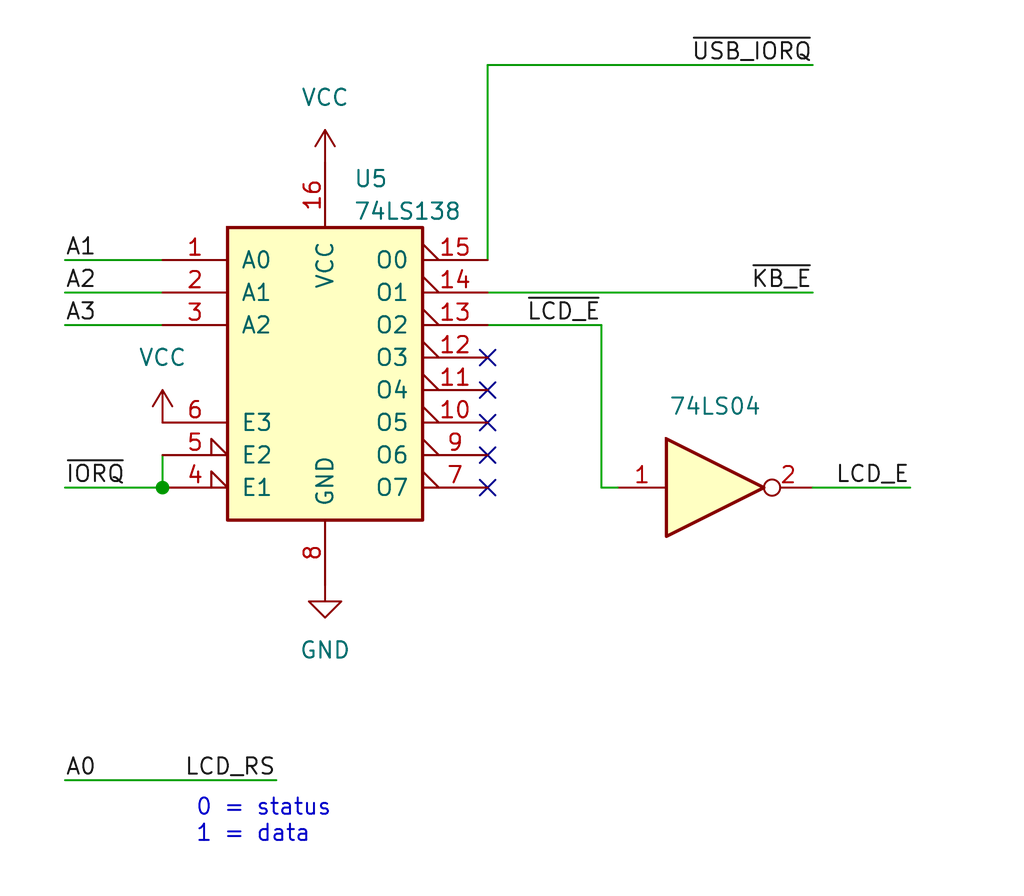
<source format=kicad_sch>
(kicad_sch (version 20230121) (generator eeschema)
  (paper "User" 80.01 70.0024)
  (lib_symbols
    (symbol "74xx:74LS04"
      (property "Reference" "U" (at 0 1.27 0))
      (property "Value" "74LS04" (at 0 -1.27 0))
      (symbol "74LS04_1_0"
        (polyline (pts (xy -3.81 3.81) (xy -3.81 -3.81) (xy 3.81 0) (xy -3.81 3.81)) (stroke (width 0.254)) (fill (type background)))
        (pin input line (at -7.62 0 0) (length 3.81) (name "~") (number "1"))
        (pin output inverted (at 7.62 0 180) (length 3.81) (name "~") (number "2"))
      )
      (symbol "74LS04_2_0"
        (polyline (pts (xy -3.81 3.81) (xy -3.81 -3.81) (xy 3.81 0) (xy -3.81 3.81)) (stroke (width 0.254)) (fill (type background)))
        (pin input line (at -7.62 0 0) (length 3.81) (name "~") (number "3"))
        (pin output inverted (at 7.62 0 180) (length 3.81) (name "~") (number "4"))
      )
      (symbol "74LS04_3_0"
        (polyline (pts (xy -3.81 3.81) (xy -3.81 -3.81) (xy 3.81 0) (xy -3.81 3.81)) (stroke (width 0.254)) (fill (type background)))
        (pin input line (at -7.62 0 0) (length 3.81) (name "~") (number "5"))
        (pin output inverted (at 7.62 0 180) (length 3.81) (name "~") (number "6"))
      )
      (symbol "74LS04_4_0"
        (polyline (pts (xy -3.81 3.81) (xy -3.81 -3.81) (xy 3.81 0) (xy -3.81 3.81)) (stroke (width 0.254)) (fill (type background)))
        (pin output inverted (at 7.62 0 180) (length 3.81) (name "~") (number "8"))
        (pin input line (at -7.62 0 0) (length 3.81) (name "~") (number "9"))
      )
      (symbol "74LS04_5_0"
        (polyline (pts (xy -3.81 3.81) (xy -3.81 -3.81) (xy 3.81 0) (xy -3.81 3.81)) (stroke (width 0.254)) (fill (type background)))
        (pin output inverted (at 7.62 0 180) (length 3.81) (name "~") (number "10"))
        (pin input line (at -7.62 0 0) (length 3.81) (name "~") (number "11"))
      )
      (symbol "74LS04_6_0"
        (polyline (pts (xy -3.81 3.81) (xy -3.81 -3.81) (xy 3.81 0) (xy -3.81 3.81)) (stroke (width 0.254)) (fill (type background)))
        (pin output inverted (at 7.62 0 180) (length 3.81) (name "~") (number "12"))
        (pin input line (at -7.62 0 0) (length 3.81) (name "~") (number "13"))
      )
      (symbol "74LS04_7_0"
        (pin power_in line (at 0 12.7 270) (length 5.08) (name "VCC") (number "14"))
        (pin power_in line (at 0 -12.7 90) (length 5.08) (name "GND") (number "7"))
      )
      (symbol "74LS04_7_1"
        (rectangle (start -5.08 7.62) (end 5.08 -7.62) (stroke (width 0.254)) (fill (type background)))
      )
    )
    (symbol "74xx:74LS138" (pin_names (offset 1.016))
      (property "Reference" "U" (at -7.62 11.43 0))
      (property "Value" "74LS138" (at -7.62 -13.97 0))
      (symbol "74LS138_1_0"
        (pin input line (at -12.7 7.62 0) (length 5.08) (name "A0") (number "1"))
        (pin output output_low (at 12.7 -5.08 180) (length 5.08) (name "O5") (number "10"))
        (pin output output_low (at 12.7 -2.54 180) (length 5.08) (name "O4") (number "11"))
        (pin output output_low (at 12.7 0 180) (length 5.08) (name "O3") (number "12"))
        (pin output output_low (at 12.7 2.54 180) (length 5.08) (name "O2") (number "13"))
        (pin output output_low (at 12.7 5.08 180) (length 5.08) (name "O1") (number "14"))
        (pin output output_low (at 12.7 7.62 180) (length 5.08) (name "O0") (number "15"))
        (pin power_in line (at 0 15.24 270) (length 5.08) (name "VCC") (number "16"))
        (pin input line (at -12.7 5.08 0) (length 5.08) (name "A1") (number "2"))
        (pin input line (at -12.7 2.54 0) (length 5.08) (name "A2") (number "3"))
        (pin input input_low (at -12.7 -10.16 0) (length 5.08) (name "E1") (number "4"))
        (pin input input_low (at -12.7 -7.62 0) (length 5.08) (name "E2") (number "5"))
        (pin input line (at -12.7 -5.08 0) (length 5.08) (name "E3") (number "6"))
        (pin output output_low (at 12.7 -10.16 180) (length 5.08) (name "O7") (number "7"))
        (pin power_in line (at 0 -17.78 90) (length 5.08) (name "GND") (number "8"))
        (pin output output_low (at 12.7 -7.62 180) (length 5.08) (name "O6") (number "9"))
      )
      (symbol "74LS138_1_1"
        (rectangle (start -7.62 10.16) (end 7.62 -12.7) (stroke (width 0.254)) (fill (type background)))
      )
    )
    (symbol "power:GND" (power) (pin_numbers hide) (pin_names (offset 0) hide)
      (property "Value" "GND" (at 0 -3.81 0))
      (symbol "GND_0_1"
        (polyline (pts (xy 0 0) (xy 0 -1.27) (xy 1.27 -1.27) (xy 0 -2.54) (xy -1.27 -1.27) (xy 0 -1.27)))
      )
      (symbol "GND_1_1"
        (pin power_in line (at 0 0 270) (length 0) hide (name "GND") (number "1"))
      )
    )
    (symbol "power:VCC" (power) (pin_numbers hide) (pin_names (offset 0) hide)
      (property "Value" "VCC" (at 0 3.81 0))
      (symbol "VCC_0_1"
        (polyline (pts (xy -0.762 1.27) (xy 0 2.54)))
        (polyline (pts (xy 0 0) (xy 0 2.54)))
        (polyline (pts (xy 0 2.54) (xy 0.762 1.27)))
      )
      (symbol "VCC_1_1"
        (pin power_in line (at 0 0 90) (length 0) hide (name "VCC") (number "1"))
      )
    )
  )
  (junction (at 12.7 38.1))
  (no_connect (at 38.1 38.1))
  (no_connect (at 38.1 33.02))
  (no_connect (at 38.1 30.48))
  (no_connect (at 38.1 35.56))
  (no_connect (at 38.1 27.94))
  (wire (pts (xy 46.99 38.1) (xy 46.99 25.4)))
  (wire (pts (xy 38.1 22.86) (xy 63.5 22.86)))
  (wire (pts (xy 46.99 38.1) (xy 48.26 38.1)))
  (wire (pts (xy 38.1 5.08) (xy 63.5 5.08)))
  (wire (pts (xy 5.08 60.96) (xy 21.59 60.96)))
  (wire (pts (xy 46.99 25.4) (xy 38.1 25.4)))
  (wire (pts (xy 5.08 22.86) (xy 12.7 22.86)))
  (wire (pts (xy 12.7 35.56) (xy 12.7 38.1)))
  (wire (pts (xy 5.08 20.32) (xy 12.7 20.32)))
  (wire (pts (xy 5.08 38.1) (xy 12.7 38.1)))
  (wire (pts (xy 38.1 20.32) (xy 38.1 5.08)))
  (wire (pts (xy 5.08 25.4) (xy 12.7 25.4)))
  (wire (pts (xy 63.5 38.1) (xy 71.12 38.1)))
  (text "Decode A1-3\nPorts treated in pairs\n0-1 = USB\n2-3 = KBD\n4-5 = LCD\nA0 is used on BeanZee to select data/status\nA0 is used here to select data/status for LCD\nKBD ignores A0" (at -49.53 25.4 0) (effects (font (size 1.27 1.27)) (justify left bottom)))
  (text "0 = status\n1 = data" (at 15.24 66.04 0) (effects (font (size 1.27 1.27)) (justify left bottom)))
  (label "~{KB_E}" (at 63.5 22.86 180))
  (label "A3" (at 5.08 25.4 0))
  (label "~{LCD_E}" (at 46.99 25.4 180))
  (label "A2" (at 5.08 22.86 0))
  (label "LCD_RS" (at 21.59 60.96 180))
  (label "A0" (at 5.08 60.96 0))
  (label "~{IORQ}" (at 5.08 38.1 0))
  (label "LCD_E" (at 71.12 38.1 180))
  (label "~{USB_IORQ}" (at 63.5 5.08 180))
  (label "A1" (at 5.08 20.32 0))
  (symbol (lib_id "74xx:74LS04") (at 55.88 38.1 0) (unit 1)
    (property "Reference" "U7" (effects hide))
    (property "Value" "74LS04" (at 55.88 31.75 0))
    (property "Datasheet" "http://www.ti.com/lit/gpn/sn74LS04" (effects hide))
  )
  (symbol (lib_id "74xx:74LS138") (at 25.4 27.94 0) (unit 1)
    (property "Reference" "U5" (at 27.5941 13.97 0) (effects (justify left)))
    (property "Value" "74LS138" (at 27.5941 16.51 0) (effects (justify left)))
    (property "Datasheet" "http://www.ti.com/lit/gpn/sn74LS138" (effects hide))
  )
  (symbol (lib_id "power:VCC") (at 12.7 33.02 0) (unit 1)
    (property "Reference" "#PWR03" (effects hide))
    (property "Value" "VCC" (at 12.7 27.94 0))
  )
  (symbol (lib_id "power:VCC") (at 25.4 12.7 0) (unit 1)
    (property "Reference" "#PWR01" (effects hide))
    (property "Value" "VCC" (at 25.4 7.62 0))
  )
  (symbol (lib_id "power:GND") (at 25.4 45.72 0) (unit 1)
    (property "Reference" "#PWR02" (effects hide))
    (property "Value" "GND" (at 25.4 50.8 0))
  )
)
</source>
